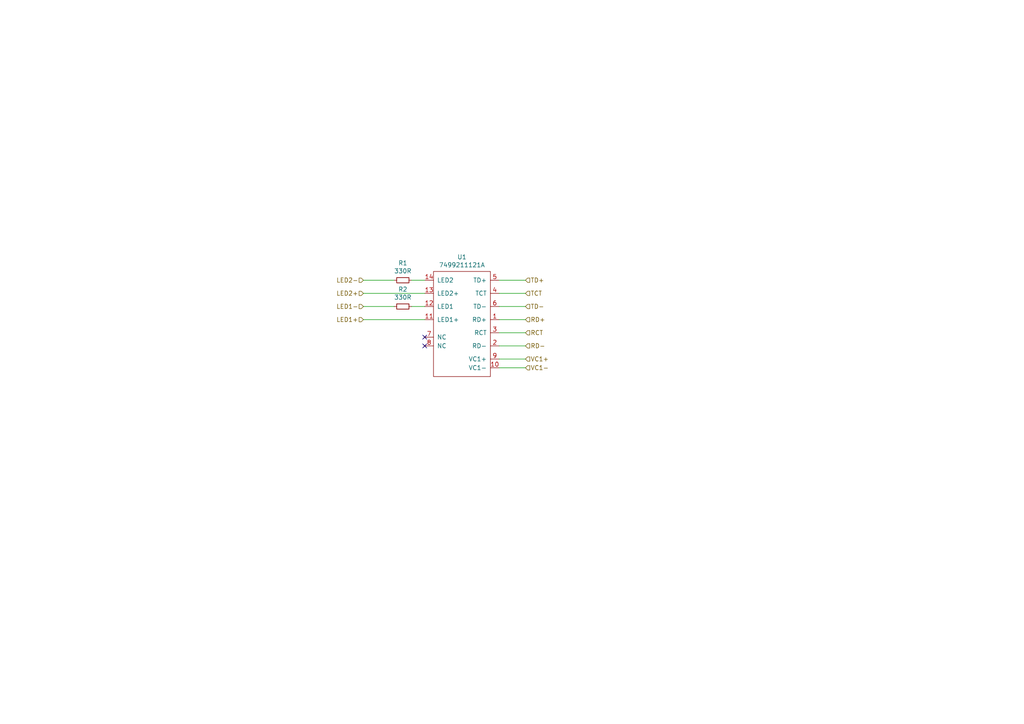
<source format=kicad_sch>
(kicad_sch (version 20211123) (generator eeschema)

  (uuid 1895faed-13c7-4877-930c-ef39a1d7419c)

  (paper "A4")

  (lib_symbols
    (symbol "Device:R_Small" (pin_numbers hide) (pin_names (offset 0.254) hide) (in_bom yes) (on_board yes)
      (property "Reference" "R" (id 0) (at 0.762 0.508 0)
        (effects (font (size 1.27 1.27)) (justify left))
      )
      (property "Value" "R_Small" (id 1) (at 0.762 -1.016 0)
        (effects (font (size 1.27 1.27)) (justify left))
      )
      (property "Footprint" "" (id 2) (at 0 0 0)
        (effects (font (size 1.27 1.27)) hide)
      )
      (property "Datasheet" "~" (id 3) (at 0 0 0)
        (effects (font (size 1.27 1.27)) hide)
      )
      (property "ki_keywords" "R resistor" (id 4) (at 0 0 0)
        (effects (font (size 1.27 1.27)) hide)
      )
      (property "ki_description" "Resistor, small symbol" (id 5) (at 0 0 0)
        (effects (font (size 1.27 1.27)) hide)
      )
      (property "ki_fp_filters" "R_*" (id 6) (at 0 0 0)
        (effects (font (size 1.27 1.27)) hide)
      )
      (symbol "R_Small_0_1"
        (rectangle (start -0.762 1.778) (end 0.762 -1.778)
          (stroke (width 0.2032) (type default) (color 0 0 0 0))
          (fill (type none))
        )
      )
      (symbol "R_Small_1_1"
        (pin passive line (at 0 2.54 270) (length 0.762)
          (name "~" (effects (font (size 1.27 1.27))))
          (number "1" (effects (font (size 1.27 1.27))))
        )
        (pin passive line (at 0 -2.54 90) (length 0.762)
          (name "~" (effects (font (size 1.27 1.27))))
          (number "2" (effects (font (size 1.27 1.27))))
        )
      )
    )
    (symbol "b004:7499211121A" (pin_names (offset 1.016)) (in_bom yes) (on_board yes)
      (property "Reference" "U" (id 0) (at -7.62 13.97 0)
        (effects (font (size 1.27 1.27)))
      )
      (property "Value" "7499211121A" (id 1) (at 3.81 13.97 0)
        (effects (font (size 1.27 1.27)))
      )
      (property "Footprint" "" (id 2) (at -2.54 7.62 0)
        (effects (font (size 1.27 1.27)) hide)
      )
      (property "Datasheet" "" (id 3) (at -2.54 7.62 0)
        (effects (font (size 1.27 1.27)) hide)
      )
      (symbol "7499211121A_0_1"
        (rectangle (start -7.62 12.7) (end 8.89 -17.78)
          (stroke (width 0) (type default) (color 0 0 0 0))
          (fill (type none))
        )
      )
      (symbol "7499211121A_1_1"
        (pin bidirectional line (at -10.16 -1.27 0) (length 2.54)
          (name "RD+" (effects (font (size 1.27 1.27))))
          (number "1" (effects (font (size 1.27 1.27))))
        )
        (pin unspecified line (at -10.16 -15.24 0) (length 2.54)
          (name "VC1-" (effects (font (size 1.27 1.27))))
          (number "10" (effects (font (size 1.27 1.27))))
        )
        (pin bidirectional line (at 11.43 -1.27 180) (length 2.54)
          (name "LED1+" (effects (font (size 1.27 1.27))))
          (number "11" (effects (font (size 1.27 1.27))))
        )
        (pin bidirectional line (at 11.43 2.54 180) (length 2.54)
          (name "LED1" (effects (font (size 1.27 1.27))))
          (number "12" (effects (font (size 1.27 1.27))))
        )
        (pin bidirectional line (at 11.43 6.35 180) (length 2.54)
          (name "LED2+" (effects (font (size 1.27 1.27))))
          (number "13" (effects (font (size 1.27 1.27))))
        )
        (pin bidirectional line (at 11.43 10.16 180) (length 2.54)
          (name "LED2" (effects (font (size 1.27 1.27))))
          (number "14" (effects (font (size 1.27 1.27))))
        )
        (pin bidirectional line (at -10.16 -8.89 0) (length 2.54)
          (name "RD-" (effects (font (size 1.27 1.27))))
          (number "2" (effects (font (size 1.27 1.27))))
        )
        (pin bidirectional line (at -10.16 -5.08 0) (length 2.54)
          (name "RCT" (effects (font (size 1.27 1.27))))
          (number "3" (effects (font (size 1.27 1.27))))
        )
        (pin bidirectional line (at -10.16 6.35 0) (length 2.54)
          (name "TCT" (effects (font (size 1.27 1.27))))
          (number "4" (effects (font (size 1.27 1.27))))
        )
        (pin bidirectional line (at -10.16 10.16 0) (length 2.54)
          (name "TD+" (effects (font (size 1.27 1.27))))
          (number "5" (effects (font (size 1.27 1.27))))
        )
        (pin bidirectional line (at -10.16 2.54 0) (length 2.54)
          (name "TD-" (effects (font (size 1.27 1.27))))
          (number "6" (effects (font (size 1.27 1.27))))
        )
        (pin no_connect line (at 11.43 -6.35 180) (length 2.54)
          (name "NC" (effects (font (size 1.27 1.27))))
          (number "7" (effects (font (size 1.27 1.27))))
        )
        (pin no_connect line (at 11.43 -8.89 180) (length 2.54)
          (name "NC" (effects (font (size 1.27 1.27))))
          (number "8" (effects (font (size 1.27 1.27))))
        )
        (pin unspecified line (at -10.16 -12.7 0) (length 2.54)
          (name "VC1+" (effects (font (size 1.27 1.27))))
          (number "9" (effects (font (size 1.27 1.27))))
        )
      )
    )
  )


  (no_connect (at 123.19 97.79) (uuid 5ddee2d0-a869-45a2-a6ec-dfd7442f6ae5))
  (no_connect (at 123.19 100.33) (uuid f19f4628-c447-4425-848c-d962613add45))

  (wire (pts (xy 144.78 92.71) (xy 152.4 92.71))
    (stroke (width 0) (type default) (color 0 0 0 0))
    (uuid 0a186c58-12e1-4ee3-a5ed-1f8b605c62b1)
  )
  (wire (pts (xy 119.38 81.28) (xy 123.19 81.28))
    (stroke (width 0) (type default) (color 0 0 0 0))
    (uuid 0a2b8cc4-d3be-4cf6-9912-04932b2c400b)
  )
  (wire (pts (xy 144.78 88.9) (xy 152.4 88.9))
    (stroke (width 0) (type default) (color 0 0 0 0))
    (uuid 0b35c7a9-7237-45e5-9ac8-078680ea44ab)
  )
  (wire (pts (xy 144.78 96.52) (xy 152.4 96.52))
    (stroke (width 0) (type default) (color 0 0 0 0))
    (uuid 167fea34-9db9-4372-8379-f4883b6b90ab)
  )
  (wire (pts (xy 144.78 106.68) (xy 152.4 106.68))
    (stroke (width 0) (type default) (color 0 0 0 0))
    (uuid 1c53bcd0-e11e-424e-bcf3-55ea5ff59831)
  )
  (wire (pts (xy 105.41 81.28) (xy 114.3 81.28))
    (stroke (width 0) (type default) (color 0 0 0 0))
    (uuid 29130ae9-96e1-4ba8-b608-8556045f04fc)
  )
  (wire (pts (xy 119.38 88.9) (xy 123.19 88.9))
    (stroke (width 0) (type default) (color 0 0 0 0))
    (uuid 497f4727-2821-4d5d-a0cc-26ecd58aa701)
  )
  (wire (pts (xy 144.78 100.33) (xy 152.4 100.33))
    (stroke (width 0) (type default) (color 0 0 0 0))
    (uuid 52527251-23a4-4f02-b415-f2b14fd66043)
  )
  (wire (pts (xy 144.78 104.14) (xy 152.4 104.14))
    (stroke (width 0) (type default) (color 0 0 0 0))
    (uuid 63e1e91e-7b69-4dfc-bb06-f4ec270ecf56)
  )
  (wire (pts (xy 105.41 92.71) (xy 123.19 92.71))
    (stroke (width 0) (type default) (color 0 0 0 0))
    (uuid 814317d9-3eae-4e72-92c2-92ebf4a78c15)
  )
  (wire (pts (xy 144.78 85.09) (xy 152.4 85.09))
    (stroke (width 0) (type default) (color 0 0 0 0))
    (uuid 848a7b54-2c95-4017-815e-7b9a8c5cf94a)
  )
  (wire (pts (xy 105.41 85.09) (xy 123.19 85.09))
    (stroke (width 0) (type default) (color 0 0 0 0))
    (uuid a5813162-30b8-4dca-9c71-ee3c3e6d5d87)
  )
  (wire (pts (xy 105.41 88.9) (xy 114.3 88.9))
    (stroke (width 0) (type default) (color 0 0 0 0))
    (uuid c37735b8-c060-4815-9643-9b280829612f)
  )
  (wire (pts (xy 144.78 81.28) (xy 152.4 81.28))
    (stroke (width 0) (type default) (color 0 0 0 0))
    (uuid dc1e5f01-af34-4932-956c-c13615524bc1)
  )

  (hierarchical_label "TD-" (shape input) (at 152.4 88.9 0)
    (effects (font (size 1.27 1.27)) (justify left))
    (uuid 10926f31-3fa8-4dc4-9431-307994b5efcf)
  )
  (hierarchical_label "VC1-" (shape input) (at 152.4 106.68 0)
    (effects (font (size 1.27 1.27)) (justify left))
    (uuid 4be7f3f7-486c-45a8-9248-926c5e038171)
  )
  (hierarchical_label "LED1+" (shape input) (at 105.41 92.71 180)
    (effects (font (size 1.27 1.27)) (justify right))
    (uuid 5a9d7da8-4721-47d0-a966-a46074f39e82)
  )
  (hierarchical_label "TD+" (shape input) (at 152.4 81.28 0)
    (effects (font (size 1.27 1.27)) (justify left))
    (uuid 62bddc94-3cf2-442c-9a8d-e5706339705c)
  )
  (hierarchical_label "LED2+" (shape input) (at 105.41 85.09 180)
    (effects (font (size 1.27 1.27)) (justify right))
    (uuid 695bae0b-fe10-40eb-8335-2163523f382b)
  )
  (hierarchical_label "VC1+" (shape input) (at 152.4 104.14 0)
    (effects (font (size 1.27 1.27)) (justify left))
    (uuid 909fd1f4-6078-4eb9-b3d0-df4a8ab985e5)
  )
  (hierarchical_label "RD-" (shape input) (at 152.4 100.33 0)
    (effects (font (size 1.27 1.27)) (justify left))
    (uuid a04d009d-48a8-4bc9-aefa-fc5cfbc00522)
  )
  (hierarchical_label "LED2-" (shape input) (at 105.41 81.28 180)
    (effects (font (size 1.27 1.27)) (justify right))
    (uuid c5dc6514-1c88-4f87-aedc-24b674f702a2)
  )
  (hierarchical_label "LED1-" (shape input) (at 105.41 88.9 180)
    (effects (font (size 1.27 1.27)) (justify right))
    (uuid c6ee9487-6a1c-4dd6-a004-c5de64afef7b)
  )
  (hierarchical_label "TCT" (shape input) (at 152.4 85.09 0)
    (effects (font (size 1.27 1.27)) (justify left))
    (uuid c848db84-db83-4e17-9bb5-d7f03466de8d)
  )
  (hierarchical_label "RD+" (shape input) (at 152.4 92.71 0)
    (effects (font (size 1.27 1.27)) (justify left))
    (uuid e1583b8b-4e99-4a43-945a-0a06529056df)
  )
  (hierarchical_label "RCT" (shape input) (at 152.4 96.52 0)
    (effects (font (size 1.27 1.27)) (justify left))
    (uuid fadadcf5-5a10-4f70-9b9a-1112c5b28234)
  )

  (symbol (lib_id "Device:R_Small") (at 116.84 81.28 270) (unit 1)
    (in_bom yes) (on_board yes)
    (uuid 0ae3c264-b6de-4c35-a484-a4dcc2ed14d6)
    (property "Reference" "R1" (id 0) (at 116.84 76.3016 90))
    (property "Value" "330R" (id 1) (at 116.84 78.613 90))
    (property "Footprint" "Resistor_SMD:R_0603_1608Metric" (id 2) (at 116.84 81.28 0)
      (effects (font (size 1.27 1.27)) hide)
    )
    (property "Datasheet" "~" (id 3) (at 116.84 81.28 0)
      (effects (font (size 1.27 1.27)) hide)
    )
    (pin "1" (uuid 82a540ae-bca1-44b5-96b2-5ca134cf8f1a))
    (pin "2" (uuid 5e2122f1-d938-4775-809f-588fe137ac76))
  )

  (symbol (lib_id "Device:R_Small") (at 116.84 88.9 270) (unit 1)
    (in_bom yes) (on_board yes)
    (uuid b9232c6d-0c08-473e-b38f-c107248d5832)
    (property "Reference" "R2" (id 0) (at 116.84 83.9216 90))
    (property "Value" "330R" (id 1) (at 116.84 86.233 90))
    (property "Footprint" "Resistor_SMD:R_0603_1608Metric" (id 2) (at 116.84 88.9 0)
      (effects (font (size 1.27 1.27)) hide)
    )
    (property "Datasheet" "~" (id 3) (at 116.84 88.9 0)
      (effects (font (size 1.27 1.27)) hide)
    )
    (pin "1" (uuid cb49024c-a86a-4411-b683-3f0e6a950de4))
    (pin "2" (uuid edac2009-b43b-4737-96c9-6ca753df8e07))
  )

  (symbol (lib_id "b004:7499211121A") (at 134.62 91.44 0) (mirror y) (unit 1)
    (in_bom yes) (on_board yes)
    (uuid f31e603f-071b-4d3e-bca9-44c0f7041dcf)
    (property "Reference" "U1" (id 0) (at 133.985 74.549 0))
    (property "Value" "7499211121A" (id 1) (at 133.985 76.8604 0))
    (property "Footprint" "b004:7499211121A" (id 2) (at 137.16 83.82 0)
      (effects (font (size 1.27 1.27)) hide)
    )
    (property "Datasheet" "" (id 3) (at 137.16 83.82 0)
      (effects (font (size 1.27 1.27)) hide)
    )
    (property "MPN" "7499211121A" (id 4) (at 134.62 91.44 0)
      (effects (font (size 1.27 1.27)) hide)
    )
    (pin "1" (uuid 612b3ae1-f659-4f12-8f78-963a46cbed91))
    (pin "10" (uuid 61775275-a5a3-47b5-8283-09f2c0e22f00))
    (pin "11" (uuid f727c8b2-b8c0-4ac9-9a8e-4c4db3a83f14))
    (pin "12" (uuid d324af70-5bb0-4288-bc80-20c9551f1add))
    (pin "13" (uuid 6a730e83-bc1d-427d-addf-88e3b21818b6))
    (pin "14" (uuid 07a3c378-ba77-4960-a7c4-d945b9296fcd))
    (pin "2" (uuid 5c413637-bd5d-4fc2-a6da-5b526711e2a6))
    (pin "3" (uuid 1b4976f0-4ce1-4f31-aea1-7cd02bfff80b))
    (pin "4" (uuid fc1da9b0-13f2-4a0b-8cf4-bad26d548f32))
    (pin "5" (uuid dfe11eb3-021a-4d7c-b6db-395423959b64))
    (pin "6" (uuid fa08c64f-478f-4ed6-aa74-471eafd596d8))
    (pin "7" (uuid bc6bbad6-a029-4173-8429-15510dfb3d1d))
    (pin "8" (uuid 9e560890-36fa-43dd-850d-08d98edebc32))
    (pin "9" (uuid 9915e605-b626-432a-b8e6-f34fc90a06b2))
  )
)

</source>
